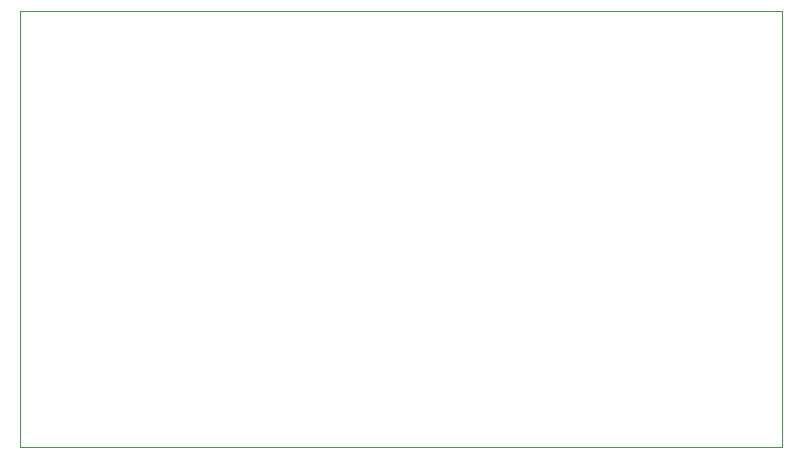
<source format=gbr>
%TF.GenerationSoftware,KiCad,Pcbnew,8.0.8*%
%TF.CreationDate,2026-01-01T17:30:43-08:00*%
%TF.ProjectId,navien,6e617669-656e-42e6-9b69-6361645f7063,rev?*%
%TF.SameCoordinates,Original*%
%TF.FileFunction,Profile,NP*%
%FSLAX46Y46*%
G04 Gerber Fmt 4.6, Leading zero omitted, Abs format (unit mm)*
G04 Created by KiCad (PCBNEW 8.0.8) date 2026-01-01 17:30:43*
%MOMM*%
%LPD*%
G01*
G04 APERTURE LIST*
%TA.AperFunction,Profile*%
%ADD10C,0.100000*%
%TD*%
G04 APERTURE END LIST*
D10*
X0Y36931600D02*
X64578695Y36931600D01*
X64578695Y0D01*
X0Y0D01*
X0Y36931600D01*
M02*

</source>
